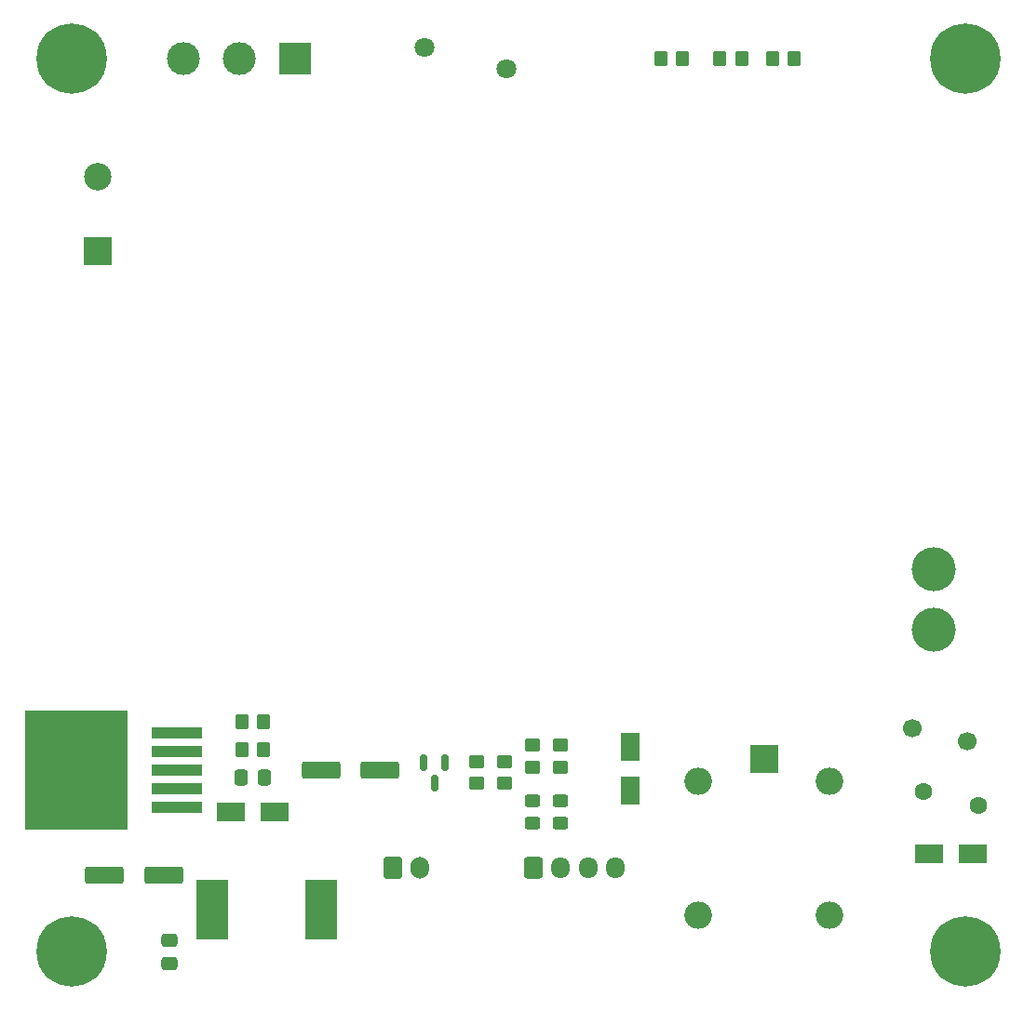
<source format=gts>
G04 #@! TF.GenerationSoftware,KiCad,Pcbnew,(6.0.9)*
G04 #@! TF.CreationDate,2022-12-10T11:36:41+01:00*
G04 #@! TF.ProjectId,IoT12 Power Supply,496f5431-3220-4506-9f77-657220537570,V1.2*
G04 #@! TF.SameCoordinates,Original*
G04 #@! TF.FileFunction,Soldermask,Top*
G04 #@! TF.FilePolarity,Negative*
%FSLAX46Y46*%
G04 Gerber Fmt 4.6, Leading zero omitted, Abs format (unit mm)*
G04 Created by KiCad (PCBNEW (6.0.9)) date 2022-12-10 11:36:41*
%MOMM*%
%LPD*%
G01*
G04 APERTURE LIST*
G04 Aperture macros list*
%AMRoundRect*
0 Rectangle with rounded corners*
0 $1 Rounding radius*
0 $2 $3 $4 $5 $6 $7 $8 $9 X,Y pos of 4 corners*
0 Add a 4 corners polygon primitive as box body*
4,1,4,$2,$3,$4,$5,$6,$7,$8,$9,$2,$3,0*
0 Add four circle primitives for the rounded corners*
1,1,$1+$1,$2,$3*
1,1,$1+$1,$4,$5*
1,1,$1+$1,$6,$7*
1,1,$1+$1,$8,$9*
0 Add four rect primitives between the rounded corners*
20,1,$1+$1,$2,$3,$4,$5,0*
20,1,$1+$1,$4,$5,$6,$7,0*
20,1,$1+$1,$6,$7,$8,$9,0*
20,1,$1+$1,$8,$9,$2,$3,0*%
G04 Aperture macros list end*
%ADD10R,3.000000X3.000000*%
%ADD11C,3.000000*%
%ADD12RoundRect,0.250000X-0.600000X-0.725000X0.600000X-0.725000X0.600000X0.725000X-0.600000X0.725000X0*%
%ADD13O,1.700000X1.950000*%
%ADD14C,0.800000*%
%ADD15C,6.400000*%
%ADD16R,2.500000X2.500000*%
%ADD17C,2.500000*%
%ADD18C,4.000000*%
%ADD19O,2.500000X2.500000*%
%ADD20RoundRect,0.250000X-0.350000X-0.450000X0.350000X-0.450000X0.350000X0.450000X-0.350000X0.450000X0*%
%ADD21R,2.500000X1.800000*%
%ADD22RoundRect,0.250000X0.350000X0.450000X-0.350000X0.450000X-0.350000X-0.450000X0.350000X-0.450000X0*%
%ADD23RoundRect,0.250000X0.337500X0.475000X-0.337500X0.475000X-0.337500X-0.475000X0.337500X-0.475000X0*%
%ADD24RoundRect,0.250000X-1.500000X-0.550000X1.500000X-0.550000X1.500000X0.550000X-1.500000X0.550000X0*%
%ADD25R,1.800000X2.500000*%
%ADD26R,2.900000X5.400000*%
%ADD27RoundRect,0.250000X-0.600000X-0.750000X0.600000X-0.750000X0.600000X0.750000X-0.600000X0.750000X0*%
%ADD28O,1.700000X2.000000*%
%ADD29RoundRect,0.250000X-0.450000X0.350000X-0.450000X-0.350000X0.450000X-0.350000X0.450000X0.350000X0*%
%ADD30R,4.600000X1.100000*%
%ADD31R,9.400000X10.800000*%
%ADD32RoundRect,0.250000X0.450000X-0.325000X0.450000X0.325000X-0.450000X0.325000X-0.450000X-0.325000X0*%
%ADD33C,1.800000*%
%ADD34C,1.700000*%
%ADD35C,1.600000*%
%ADD36RoundRect,0.250000X0.450000X-0.350000X0.450000X0.350000X-0.450000X0.350000X-0.450000X-0.350000X0*%
%ADD37RoundRect,0.250000X1.500000X0.550000X-1.500000X0.550000X-1.500000X-0.550000X1.500000X-0.550000X0*%
%ADD38RoundRect,0.150000X-0.150000X0.587500X-0.150000X-0.587500X0.150000X-0.587500X0.150000X0.587500X0*%
%ADD39RoundRect,0.250000X-0.475000X0.337500X-0.475000X-0.337500X0.475000X-0.337500X0.475000X0.337500X0*%
G04 APERTURE END LIST*
D10*
X132080000Y-58420000D03*
D11*
X127000000Y-58420000D03*
X121920000Y-58420000D03*
D12*
X153750000Y-132080000D03*
D13*
X156250000Y-132080000D03*
X158750000Y-132080000D03*
X161250000Y-132080000D03*
D14*
X191342944Y-56722944D03*
X194737056Y-60117056D03*
X193040000Y-60820000D03*
X194737056Y-56722944D03*
D15*
X193040000Y-58420000D03*
D14*
X190640000Y-58420000D03*
X193040000Y-56020000D03*
X191342944Y-60117056D03*
X195440000Y-58420000D03*
X195440000Y-139700000D03*
X193040000Y-142100000D03*
X194737056Y-141397056D03*
D15*
X193040000Y-139700000D03*
D14*
X190640000Y-139700000D03*
X191342944Y-138002944D03*
X193040000Y-137300000D03*
X194737056Y-138002944D03*
X191342944Y-141397056D03*
X111760000Y-60820000D03*
X111760000Y-56020000D03*
X113457056Y-56722944D03*
X110062944Y-60117056D03*
X113457056Y-60117056D03*
X110062944Y-56722944D03*
X109360000Y-58420000D03*
X114160000Y-58420000D03*
D15*
X111760000Y-58420000D03*
D14*
X111760000Y-137300000D03*
X113457056Y-138002944D03*
X113457056Y-141397056D03*
X109360000Y-139700000D03*
D15*
X111760000Y-139700000D03*
D14*
X110062944Y-138002944D03*
X110062944Y-141397056D03*
X111760000Y-142100000D03*
X114160000Y-139700000D03*
D16*
X114198400Y-75914200D03*
D17*
X114198400Y-69164200D03*
D18*
X190198400Y-110414200D03*
X190198400Y-104914200D03*
D16*
X174752000Y-122174000D03*
D19*
X168752000Y-124174000D03*
X168752000Y-136374000D03*
X180752000Y-136374000D03*
X180752000Y-124174000D03*
D20*
X165370000Y-58420000D03*
X167370000Y-58420000D03*
D21*
X189770000Y-130810000D03*
X193770000Y-130810000D03*
D20*
X170720000Y-58420000D03*
X172720000Y-58420000D03*
D22*
X129270000Y-118745000D03*
X127270000Y-118745000D03*
D23*
X129307500Y-123825000D03*
X127232500Y-123825000D03*
D21*
X126270000Y-127000000D03*
X130270000Y-127000000D03*
D22*
X129270000Y-121285000D03*
X127270000Y-121285000D03*
D24*
X134460000Y-123190000D03*
X139860000Y-123190000D03*
D25*
X162560000Y-121063000D03*
X162560000Y-125063000D03*
D26*
X124590000Y-135890000D03*
X134490000Y-135890000D03*
D27*
X140970000Y-132080000D03*
D28*
X143470000Y-132080000D03*
D29*
X148590000Y-122385000D03*
X148590000Y-124385000D03*
D30*
X121345000Y-126590000D03*
X121345000Y-124890000D03*
X121345000Y-123190000D03*
D31*
X112195000Y-123190000D03*
D30*
X121345000Y-121490000D03*
X121345000Y-119790000D03*
D32*
X156210000Y-128025000D03*
X156210000Y-125975000D03*
D20*
X175530000Y-58420000D03*
X177530000Y-58420000D03*
D33*
X143860000Y-57360000D03*
X151360000Y-59360000D03*
D32*
X153670000Y-128025000D03*
X153670000Y-125975000D03*
D34*
X188214000Y-119380000D03*
X193214000Y-120580000D03*
D35*
X189270000Y-125080000D03*
X194270000Y-126380000D03*
D29*
X153670000Y-120920000D03*
X153670000Y-122920000D03*
D36*
X151130000Y-124385000D03*
X151130000Y-122385000D03*
D29*
X156210000Y-120920000D03*
X156210000Y-122920000D03*
D37*
X120175000Y-132715000D03*
X114775000Y-132715000D03*
D38*
X145730000Y-122447500D03*
X143830000Y-122447500D03*
X144780000Y-124322500D03*
D39*
X120650000Y-138662500D03*
X120650000Y-140737500D03*
M02*

</source>
